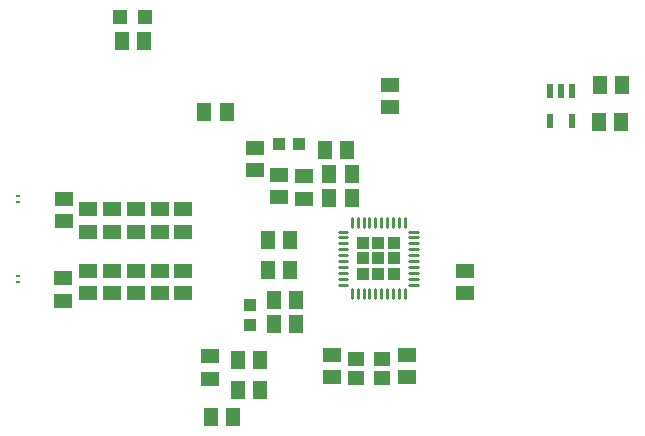
<source format=gbr>
G04 EAGLE Gerber RS-274X export*
G75*
%MOMM*%
%FSLAX34Y34*%
%LPD*%
%INSolderpaste Top*%
%IPPOS*%
%AMOC8*
5,1,8,0,0,1.08239X$1,22.5*%
G01*
%ADD10C,0.250000*%
%ADD11R,1.000000X1.000000*%
%ADD12R,1.300000X1.500000*%
%ADD13R,1.500000X1.300000*%
%ADD14R,1.400000X1.200000*%
%ADD15R,0.430000X0.280000*%
%ADD16R,1.100000X1.000000*%
%ADD17R,1.000000X1.100000*%
%ADD18R,1.200000X1.200000*%
%ADD19R,0.550000X1.200000*%


D10*
X375400Y272350D02*
X375400Y279850D01*
X380400Y279850D02*
X380400Y272350D01*
X384050Y268700D02*
X391550Y268700D01*
X391550Y263700D02*
X384050Y263700D01*
X384050Y258700D02*
X391550Y258700D01*
X391550Y253700D02*
X384050Y253700D01*
X384050Y248700D02*
X391550Y248700D01*
X391550Y243700D02*
X384050Y243700D01*
X384050Y238700D02*
X391550Y238700D01*
X391550Y233700D02*
X384050Y233700D01*
X384050Y228700D02*
X391550Y228700D01*
X391550Y223700D02*
X384050Y223700D01*
X380400Y220050D02*
X380400Y212550D01*
X375400Y212550D02*
X375400Y220050D01*
X370400Y220050D02*
X370400Y212550D01*
X365400Y212550D02*
X365400Y220050D01*
X360400Y220050D02*
X360400Y212550D01*
X355400Y212550D02*
X355400Y220050D01*
X350400Y220050D02*
X350400Y212550D01*
X345400Y212550D02*
X345400Y220050D01*
X340400Y220050D02*
X340400Y212550D01*
X335400Y212550D02*
X335400Y220050D01*
X331750Y223700D02*
X324250Y223700D01*
X324250Y228700D02*
X331750Y228700D01*
X331750Y233700D02*
X324250Y233700D01*
X324250Y238700D02*
X331750Y238700D01*
X331750Y243700D02*
X324250Y243700D01*
X324250Y248700D02*
X331750Y248700D01*
X331750Y253700D02*
X324250Y253700D01*
X324250Y258700D02*
X331750Y258700D01*
X331750Y263700D02*
X324250Y263700D01*
X324250Y268700D02*
X331750Y268700D01*
X370400Y272350D02*
X370400Y279850D01*
X365400Y279850D02*
X365400Y272350D01*
X360400Y272350D02*
X360400Y279850D01*
X355400Y279850D02*
X355400Y272350D01*
X350400Y272350D02*
X350400Y279850D01*
X345400Y279850D02*
X345400Y272350D01*
X340400Y272350D02*
X340400Y279850D01*
X335400Y279850D02*
X335400Y272350D01*
D11*
X344900Y259200D03*
X357900Y259200D03*
X370900Y259200D03*
X344900Y246200D03*
X344900Y233200D03*
X357900Y246200D03*
X357900Y233200D03*
X370900Y233200D03*
X370900Y246200D03*
D12*
X264260Y261620D03*
X283260Y261620D03*
X264260Y236220D03*
X283260Y236220D03*
D13*
X153070Y287590D03*
X153070Y268590D03*
X153070Y235600D03*
X153070Y216600D03*
X173350Y287590D03*
X173350Y268590D03*
X173350Y235600D03*
X173350Y216600D03*
X132790Y287590D03*
X132790Y268590D03*
X132790Y235600D03*
X132790Y216600D03*
X112510Y287590D03*
X112510Y268590D03*
X112510Y235600D03*
X112510Y216600D03*
D12*
X288340Y190500D03*
X269340Y190500D03*
D14*
X339120Y160400D03*
X361120Y160400D03*
X339120Y144400D03*
X361120Y144400D03*
D13*
X318370Y145400D03*
X318370Y164400D03*
X381870Y164400D03*
X381870Y145400D03*
D12*
X238820Y134740D03*
X257820Y134740D03*
X257820Y160060D03*
X238820Y160060D03*
X216000Y111920D03*
X235000Y111920D03*
D13*
X215340Y144210D03*
X215340Y163210D03*
X431240Y235560D03*
X431240Y216560D03*
D12*
X335330Y317500D03*
X316330Y317500D03*
X331520Y337820D03*
X312520Y337820D03*
D13*
X273800Y316840D03*
X273800Y297840D03*
D12*
X335330Y297180D03*
X316330Y297180D03*
X544800Y361660D03*
X563800Y361660D03*
D13*
X367740Y393040D03*
X367740Y374040D03*
X92190Y296560D03*
X92190Y277560D03*
X90960Y229170D03*
X90960Y210170D03*
D15*
X52780Y293360D03*
X52780Y298460D03*
X52780Y231150D03*
X52780Y226050D03*
D16*
X291150Y342900D03*
X274150Y342900D03*
D13*
X295390Y315570D03*
X295390Y296570D03*
X253480Y339700D03*
X253480Y320700D03*
D12*
X288340Y210820D03*
X269340Y210820D03*
D17*
X249630Y189620D03*
X249630Y206620D03*
D13*
X192400Y268590D03*
X192400Y287590D03*
X192400Y216600D03*
X192400Y235600D03*
D12*
X210500Y370000D03*
X229500Y370000D03*
D18*
X139500Y450000D03*
X160500Y450000D03*
D12*
X140500Y430000D03*
X159500Y430000D03*
D19*
X522000Y388001D03*
X512500Y388001D03*
X503000Y388001D03*
X503000Y361999D03*
X522000Y361999D03*
D12*
X545500Y392500D03*
X564500Y392500D03*
M02*

</source>
